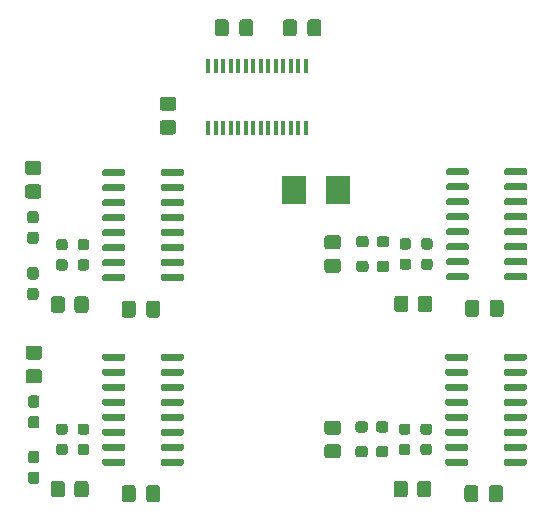
<source format=gbr>
%TF.GenerationSoftware,KiCad,Pcbnew,(5.1.12)-1*%
%TF.CreationDate,2022-03-26T18:35:52+01:00*%
%TF.ProjectId,Duino Coin,4475696e-6f20-4436-9f69-6e2e6b696361,rev?*%
%TF.SameCoordinates,Original*%
%TF.FileFunction,Paste,Bot*%
%TF.FilePolarity,Positive*%
%FSLAX46Y46*%
G04 Gerber Fmt 4.6, Leading zero omitted, Abs format (unit mm)*
G04 Created by KiCad (PCBNEW (5.1.12)-1) date 2022-03-26 18:35:52*
%MOMM*%
%LPD*%
G01*
G04 APERTURE LIST*
%ADD10R,2.000000X2.400000*%
%ADD11R,0.400000X1.200000*%
G04 APERTURE END LIST*
D10*
%TO.C,Y5*%
X176407200Y-105664000D03*
X180107200Y-105664000D03*
%TD*%
%TO.C,R9*%
G36*
G01*
X186099500Y-114865999D02*
X186099500Y-115766001D01*
G75*
G02*
X185849501Y-116016000I-249999J0D01*
G01*
X185149499Y-116016000D01*
G75*
G02*
X184899500Y-115766001I0J249999D01*
G01*
X184899500Y-114865999D01*
G75*
G02*
X185149499Y-114616000I249999J0D01*
G01*
X185849501Y-114616000D01*
G75*
G02*
X186099500Y-114865999I0J-249999D01*
G01*
G37*
G36*
G01*
X188099500Y-114865999D02*
X188099500Y-115766001D01*
G75*
G02*
X187849501Y-116016000I-249999J0D01*
G01*
X187149499Y-116016000D01*
G75*
G02*
X186899500Y-115766001I0J249999D01*
G01*
X186899500Y-114865999D01*
G75*
G02*
X187149499Y-114616000I249999J0D01*
G01*
X187849501Y-114616000D01*
G75*
G02*
X188099500Y-114865999I0J-249999D01*
G01*
G37*
%TD*%
%TO.C,R10*%
G36*
G01*
X180129601Y-110699600D02*
X179229599Y-110699600D01*
G75*
G02*
X178979600Y-110449601I0J249999D01*
G01*
X178979600Y-109749599D01*
G75*
G02*
X179229599Y-109499600I249999J0D01*
G01*
X180129601Y-109499600D01*
G75*
G02*
X180379600Y-109749599I0J-249999D01*
G01*
X180379600Y-110449601D01*
G75*
G02*
X180129601Y-110699600I-249999J0D01*
G01*
G37*
G36*
G01*
X180129601Y-112699600D02*
X179229599Y-112699600D01*
G75*
G02*
X178979600Y-112449601I0J249999D01*
G01*
X178979600Y-111749599D01*
G75*
G02*
X179229599Y-111499600I249999J0D01*
G01*
X180129601Y-111499600D01*
G75*
G02*
X180379600Y-111749599I0J-249999D01*
G01*
X180379600Y-112449601D01*
G75*
G02*
X180129601Y-112699600I-249999J0D01*
G01*
G37*
%TD*%
%TO.C,R11*%
G36*
G01*
X157016500Y-130550499D02*
X157016500Y-131450501D01*
G75*
G02*
X156766501Y-131700500I-249999J0D01*
G01*
X156066499Y-131700500D01*
G75*
G02*
X155816500Y-131450501I0J249999D01*
G01*
X155816500Y-130550499D01*
G75*
G02*
X156066499Y-130300500I249999J0D01*
G01*
X156766501Y-130300500D01*
G75*
G02*
X157016500Y-130550499I0J-249999D01*
G01*
G37*
G36*
G01*
X159016500Y-130550499D02*
X159016500Y-131450501D01*
G75*
G02*
X158766501Y-131700500I-249999J0D01*
G01*
X158066499Y-131700500D01*
G75*
G02*
X157816500Y-131450501I0J249999D01*
G01*
X157816500Y-130550499D01*
G75*
G02*
X158066499Y-130300500I249999J0D01*
G01*
X158766501Y-130300500D01*
G75*
G02*
X159016500Y-130550499I0J-249999D01*
G01*
G37*
%TD*%
%TO.C,R12*%
G36*
G01*
X153931199Y-120846800D02*
X154831201Y-120846800D01*
G75*
G02*
X155081200Y-121096799I0J-249999D01*
G01*
X155081200Y-121796801D01*
G75*
G02*
X154831201Y-122046800I-249999J0D01*
G01*
X153931199Y-122046800D01*
G75*
G02*
X153681200Y-121796801I0J249999D01*
G01*
X153681200Y-121096799D01*
G75*
G02*
X153931199Y-120846800I249999J0D01*
G01*
G37*
G36*
G01*
X153931199Y-118846800D02*
X154831201Y-118846800D01*
G75*
G02*
X155081200Y-119096799I0J-249999D01*
G01*
X155081200Y-119796801D01*
G75*
G02*
X154831201Y-120046800I-249999J0D01*
G01*
X153931199Y-120046800D01*
G75*
G02*
X153681200Y-119796801I0J249999D01*
G01*
X153681200Y-119096799D01*
G75*
G02*
X153931199Y-118846800I249999J0D01*
G01*
G37*
%TD*%
%TO.C,R13*%
G36*
G01*
X186036000Y-130550499D02*
X186036000Y-131450501D01*
G75*
G02*
X185786001Y-131700500I-249999J0D01*
G01*
X185085999Y-131700500D01*
G75*
G02*
X184836000Y-131450501I0J249999D01*
G01*
X184836000Y-130550499D01*
G75*
G02*
X185085999Y-130300500I249999J0D01*
G01*
X185786001Y-130300500D01*
G75*
G02*
X186036000Y-130550499I0J-249999D01*
G01*
G37*
G36*
G01*
X188036000Y-130550499D02*
X188036000Y-131450501D01*
G75*
G02*
X187786001Y-131700500I-249999J0D01*
G01*
X187085999Y-131700500D01*
G75*
G02*
X186836000Y-131450501I0J249999D01*
G01*
X186836000Y-130550499D01*
G75*
G02*
X187085999Y-130300500I249999J0D01*
G01*
X187786001Y-130300500D01*
G75*
G02*
X188036000Y-130550499I0J-249999D01*
G01*
G37*
%TD*%
%TO.C,R14*%
G36*
G01*
X180129601Y-126396800D02*
X179229599Y-126396800D01*
G75*
G02*
X178979600Y-126146801I0J249999D01*
G01*
X178979600Y-125446799D01*
G75*
G02*
X179229599Y-125196800I249999J0D01*
G01*
X180129601Y-125196800D01*
G75*
G02*
X180379600Y-125446799I0J-249999D01*
G01*
X180379600Y-126146801D01*
G75*
G02*
X180129601Y-126396800I-249999J0D01*
G01*
G37*
G36*
G01*
X180129601Y-128396800D02*
X179229599Y-128396800D01*
G75*
G02*
X178979600Y-128146801I0J249999D01*
G01*
X178979600Y-127446799D01*
G75*
G02*
X179229599Y-127196800I249999J0D01*
G01*
X180129601Y-127196800D01*
G75*
G02*
X180379600Y-127446799I0J-249999D01*
G01*
X180379600Y-128146801D01*
G75*
G02*
X180129601Y-128396800I-249999J0D01*
G01*
G37*
%TD*%
%TO.C,R15*%
G36*
G01*
X157016500Y-114929499D02*
X157016500Y-115829501D01*
G75*
G02*
X156766501Y-116079500I-249999J0D01*
G01*
X156066499Y-116079500D01*
G75*
G02*
X155816500Y-115829501I0J249999D01*
G01*
X155816500Y-114929499D01*
G75*
G02*
X156066499Y-114679500I249999J0D01*
G01*
X156766501Y-114679500D01*
G75*
G02*
X157016500Y-114929499I0J-249999D01*
G01*
G37*
G36*
G01*
X159016500Y-114929499D02*
X159016500Y-115829501D01*
G75*
G02*
X158766501Y-116079500I-249999J0D01*
G01*
X158066499Y-116079500D01*
G75*
G02*
X157816500Y-115829501I0J249999D01*
G01*
X157816500Y-114929499D01*
G75*
G02*
X158066499Y-114679500I249999J0D01*
G01*
X158766501Y-114679500D01*
G75*
G02*
X159016500Y-114929499I0J-249999D01*
G01*
G37*
%TD*%
%TO.C,R16*%
G36*
G01*
X153880399Y-105200400D02*
X154780401Y-105200400D01*
G75*
G02*
X155030400Y-105450399I0J-249999D01*
G01*
X155030400Y-106150401D01*
G75*
G02*
X154780401Y-106400400I-249999J0D01*
G01*
X153880399Y-106400400D01*
G75*
G02*
X153630400Y-106150401I0J249999D01*
G01*
X153630400Y-105450399D01*
G75*
G02*
X153880399Y-105200400I249999J0D01*
G01*
G37*
G36*
G01*
X153880399Y-103200400D02*
X154780401Y-103200400D01*
G75*
G02*
X155030400Y-103450399I0J-249999D01*
G01*
X155030400Y-104150401D01*
G75*
G02*
X154780401Y-104400400I-249999J0D01*
G01*
X153880399Y-104400400D01*
G75*
G02*
X153630400Y-104150401I0J249999D01*
G01*
X153630400Y-103450399D01*
G75*
G02*
X153880399Y-103200400I249999J0D01*
G01*
G37*
%TD*%
%TO.C,C4*%
G36*
G01*
X192018500Y-130906500D02*
X192018500Y-131856500D01*
G75*
G02*
X191768500Y-132106500I-250000J0D01*
G01*
X191093500Y-132106500D01*
G75*
G02*
X190843500Y-131856500I0J250000D01*
G01*
X190843500Y-130906500D01*
G75*
G02*
X191093500Y-130656500I250000J0D01*
G01*
X191768500Y-130656500D01*
G75*
G02*
X192018500Y-130906500I0J-250000D01*
G01*
G37*
G36*
G01*
X194093500Y-130906500D02*
X194093500Y-131856500D01*
G75*
G02*
X193843500Y-132106500I-250000J0D01*
G01*
X193168500Y-132106500D01*
G75*
G02*
X192918500Y-131856500I0J250000D01*
G01*
X192918500Y-130906500D01*
G75*
G02*
X193168500Y-130656500I250000J0D01*
G01*
X193843500Y-130656500D01*
G75*
G02*
X194093500Y-130906500I0J-250000D01*
G01*
G37*
%TD*%
%TO.C,U3*%
G36*
G01*
X189209000Y-128864500D02*
X189209000Y-128564500D01*
G75*
G02*
X189359000Y-128414500I150000J0D01*
G01*
X191009000Y-128414500D01*
G75*
G02*
X191159000Y-128564500I0J-150000D01*
G01*
X191159000Y-128864500D01*
G75*
G02*
X191009000Y-129014500I-150000J0D01*
G01*
X189359000Y-129014500D01*
G75*
G02*
X189209000Y-128864500I0J150000D01*
G01*
G37*
G36*
G01*
X189209000Y-127594500D02*
X189209000Y-127294500D01*
G75*
G02*
X189359000Y-127144500I150000J0D01*
G01*
X191009000Y-127144500D01*
G75*
G02*
X191159000Y-127294500I0J-150000D01*
G01*
X191159000Y-127594500D01*
G75*
G02*
X191009000Y-127744500I-150000J0D01*
G01*
X189359000Y-127744500D01*
G75*
G02*
X189209000Y-127594500I0J150000D01*
G01*
G37*
G36*
G01*
X189209000Y-126324500D02*
X189209000Y-126024500D01*
G75*
G02*
X189359000Y-125874500I150000J0D01*
G01*
X191009000Y-125874500D01*
G75*
G02*
X191159000Y-126024500I0J-150000D01*
G01*
X191159000Y-126324500D01*
G75*
G02*
X191009000Y-126474500I-150000J0D01*
G01*
X189359000Y-126474500D01*
G75*
G02*
X189209000Y-126324500I0J150000D01*
G01*
G37*
G36*
G01*
X189209000Y-125054500D02*
X189209000Y-124754500D01*
G75*
G02*
X189359000Y-124604500I150000J0D01*
G01*
X191009000Y-124604500D01*
G75*
G02*
X191159000Y-124754500I0J-150000D01*
G01*
X191159000Y-125054500D01*
G75*
G02*
X191009000Y-125204500I-150000J0D01*
G01*
X189359000Y-125204500D01*
G75*
G02*
X189209000Y-125054500I0J150000D01*
G01*
G37*
G36*
G01*
X189209000Y-123784500D02*
X189209000Y-123484500D01*
G75*
G02*
X189359000Y-123334500I150000J0D01*
G01*
X191009000Y-123334500D01*
G75*
G02*
X191159000Y-123484500I0J-150000D01*
G01*
X191159000Y-123784500D01*
G75*
G02*
X191009000Y-123934500I-150000J0D01*
G01*
X189359000Y-123934500D01*
G75*
G02*
X189209000Y-123784500I0J150000D01*
G01*
G37*
G36*
G01*
X189209000Y-122514500D02*
X189209000Y-122214500D01*
G75*
G02*
X189359000Y-122064500I150000J0D01*
G01*
X191009000Y-122064500D01*
G75*
G02*
X191159000Y-122214500I0J-150000D01*
G01*
X191159000Y-122514500D01*
G75*
G02*
X191009000Y-122664500I-150000J0D01*
G01*
X189359000Y-122664500D01*
G75*
G02*
X189209000Y-122514500I0J150000D01*
G01*
G37*
G36*
G01*
X189209000Y-121244500D02*
X189209000Y-120944500D01*
G75*
G02*
X189359000Y-120794500I150000J0D01*
G01*
X191009000Y-120794500D01*
G75*
G02*
X191159000Y-120944500I0J-150000D01*
G01*
X191159000Y-121244500D01*
G75*
G02*
X191009000Y-121394500I-150000J0D01*
G01*
X189359000Y-121394500D01*
G75*
G02*
X189209000Y-121244500I0J150000D01*
G01*
G37*
G36*
G01*
X189209000Y-119974500D02*
X189209000Y-119674500D01*
G75*
G02*
X189359000Y-119524500I150000J0D01*
G01*
X191009000Y-119524500D01*
G75*
G02*
X191159000Y-119674500I0J-150000D01*
G01*
X191159000Y-119974500D01*
G75*
G02*
X191009000Y-120124500I-150000J0D01*
G01*
X189359000Y-120124500D01*
G75*
G02*
X189209000Y-119974500I0J150000D01*
G01*
G37*
G36*
G01*
X194159000Y-119974500D02*
X194159000Y-119674500D01*
G75*
G02*
X194309000Y-119524500I150000J0D01*
G01*
X195959000Y-119524500D01*
G75*
G02*
X196109000Y-119674500I0J-150000D01*
G01*
X196109000Y-119974500D01*
G75*
G02*
X195959000Y-120124500I-150000J0D01*
G01*
X194309000Y-120124500D01*
G75*
G02*
X194159000Y-119974500I0J150000D01*
G01*
G37*
G36*
G01*
X194159000Y-121244500D02*
X194159000Y-120944500D01*
G75*
G02*
X194309000Y-120794500I150000J0D01*
G01*
X195959000Y-120794500D01*
G75*
G02*
X196109000Y-120944500I0J-150000D01*
G01*
X196109000Y-121244500D01*
G75*
G02*
X195959000Y-121394500I-150000J0D01*
G01*
X194309000Y-121394500D01*
G75*
G02*
X194159000Y-121244500I0J150000D01*
G01*
G37*
G36*
G01*
X194159000Y-122514500D02*
X194159000Y-122214500D01*
G75*
G02*
X194309000Y-122064500I150000J0D01*
G01*
X195959000Y-122064500D01*
G75*
G02*
X196109000Y-122214500I0J-150000D01*
G01*
X196109000Y-122514500D01*
G75*
G02*
X195959000Y-122664500I-150000J0D01*
G01*
X194309000Y-122664500D01*
G75*
G02*
X194159000Y-122514500I0J150000D01*
G01*
G37*
G36*
G01*
X194159000Y-123784500D02*
X194159000Y-123484500D01*
G75*
G02*
X194309000Y-123334500I150000J0D01*
G01*
X195959000Y-123334500D01*
G75*
G02*
X196109000Y-123484500I0J-150000D01*
G01*
X196109000Y-123784500D01*
G75*
G02*
X195959000Y-123934500I-150000J0D01*
G01*
X194309000Y-123934500D01*
G75*
G02*
X194159000Y-123784500I0J150000D01*
G01*
G37*
G36*
G01*
X194159000Y-125054500D02*
X194159000Y-124754500D01*
G75*
G02*
X194309000Y-124604500I150000J0D01*
G01*
X195959000Y-124604500D01*
G75*
G02*
X196109000Y-124754500I0J-150000D01*
G01*
X196109000Y-125054500D01*
G75*
G02*
X195959000Y-125204500I-150000J0D01*
G01*
X194309000Y-125204500D01*
G75*
G02*
X194159000Y-125054500I0J150000D01*
G01*
G37*
G36*
G01*
X194159000Y-126324500D02*
X194159000Y-126024500D01*
G75*
G02*
X194309000Y-125874500I150000J0D01*
G01*
X195959000Y-125874500D01*
G75*
G02*
X196109000Y-126024500I0J-150000D01*
G01*
X196109000Y-126324500D01*
G75*
G02*
X195959000Y-126474500I-150000J0D01*
G01*
X194309000Y-126474500D01*
G75*
G02*
X194159000Y-126324500I0J150000D01*
G01*
G37*
G36*
G01*
X194159000Y-127594500D02*
X194159000Y-127294500D01*
G75*
G02*
X194309000Y-127144500I150000J0D01*
G01*
X195959000Y-127144500D01*
G75*
G02*
X196109000Y-127294500I0J-150000D01*
G01*
X196109000Y-127594500D01*
G75*
G02*
X195959000Y-127744500I-150000J0D01*
G01*
X194309000Y-127744500D01*
G75*
G02*
X194159000Y-127594500I0J150000D01*
G01*
G37*
G36*
G01*
X194159000Y-128864500D02*
X194159000Y-128564500D01*
G75*
G02*
X194309000Y-128414500I150000J0D01*
G01*
X195959000Y-128414500D01*
G75*
G02*
X196109000Y-128564500I0J-150000D01*
G01*
X196109000Y-128864500D01*
G75*
G02*
X195959000Y-129014500I-150000J0D01*
G01*
X194309000Y-129014500D01*
G75*
G02*
X194159000Y-128864500I0J150000D01*
G01*
G37*
%TD*%
D11*
%TO.C,U5*%
X177419000Y-100390000D03*
X176784000Y-100390000D03*
X176149000Y-100390000D03*
X175514000Y-100390000D03*
X174879000Y-100390000D03*
X174244000Y-100390000D03*
X173609000Y-100390000D03*
X172974000Y-100390000D03*
X172339000Y-100390000D03*
X171704000Y-100390000D03*
X171069000Y-100390000D03*
X170434000Y-100390000D03*
X169799000Y-100390000D03*
X169164000Y-100390000D03*
X169164000Y-95190000D03*
X169799000Y-95190000D03*
X170434000Y-95190000D03*
X171069000Y-95190000D03*
X171704000Y-95190000D03*
X172339000Y-95190000D03*
X172974000Y-95190000D03*
X173609000Y-95190000D03*
X174244000Y-95190000D03*
X174879000Y-95190000D03*
X175514000Y-95190000D03*
X176149000Y-95190000D03*
X176784000Y-95190000D03*
X177419000Y-95190000D03*
%TD*%
%TO.C,U4*%
G36*
G01*
X160189500Y-113243500D02*
X160189500Y-112943500D01*
G75*
G02*
X160339500Y-112793500I150000J0D01*
G01*
X161989500Y-112793500D01*
G75*
G02*
X162139500Y-112943500I0J-150000D01*
G01*
X162139500Y-113243500D01*
G75*
G02*
X161989500Y-113393500I-150000J0D01*
G01*
X160339500Y-113393500D01*
G75*
G02*
X160189500Y-113243500I0J150000D01*
G01*
G37*
G36*
G01*
X160189500Y-111973500D02*
X160189500Y-111673500D01*
G75*
G02*
X160339500Y-111523500I150000J0D01*
G01*
X161989500Y-111523500D01*
G75*
G02*
X162139500Y-111673500I0J-150000D01*
G01*
X162139500Y-111973500D01*
G75*
G02*
X161989500Y-112123500I-150000J0D01*
G01*
X160339500Y-112123500D01*
G75*
G02*
X160189500Y-111973500I0J150000D01*
G01*
G37*
G36*
G01*
X160189500Y-110703500D02*
X160189500Y-110403500D01*
G75*
G02*
X160339500Y-110253500I150000J0D01*
G01*
X161989500Y-110253500D01*
G75*
G02*
X162139500Y-110403500I0J-150000D01*
G01*
X162139500Y-110703500D01*
G75*
G02*
X161989500Y-110853500I-150000J0D01*
G01*
X160339500Y-110853500D01*
G75*
G02*
X160189500Y-110703500I0J150000D01*
G01*
G37*
G36*
G01*
X160189500Y-109433500D02*
X160189500Y-109133500D01*
G75*
G02*
X160339500Y-108983500I150000J0D01*
G01*
X161989500Y-108983500D01*
G75*
G02*
X162139500Y-109133500I0J-150000D01*
G01*
X162139500Y-109433500D01*
G75*
G02*
X161989500Y-109583500I-150000J0D01*
G01*
X160339500Y-109583500D01*
G75*
G02*
X160189500Y-109433500I0J150000D01*
G01*
G37*
G36*
G01*
X160189500Y-108163500D02*
X160189500Y-107863500D01*
G75*
G02*
X160339500Y-107713500I150000J0D01*
G01*
X161989500Y-107713500D01*
G75*
G02*
X162139500Y-107863500I0J-150000D01*
G01*
X162139500Y-108163500D01*
G75*
G02*
X161989500Y-108313500I-150000J0D01*
G01*
X160339500Y-108313500D01*
G75*
G02*
X160189500Y-108163500I0J150000D01*
G01*
G37*
G36*
G01*
X160189500Y-106893500D02*
X160189500Y-106593500D01*
G75*
G02*
X160339500Y-106443500I150000J0D01*
G01*
X161989500Y-106443500D01*
G75*
G02*
X162139500Y-106593500I0J-150000D01*
G01*
X162139500Y-106893500D01*
G75*
G02*
X161989500Y-107043500I-150000J0D01*
G01*
X160339500Y-107043500D01*
G75*
G02*
X160189500Y-106893500I0J150000D01*
G01*
G37*
G36*
G01*
X160189500Y-105623500D02*
X160189500Y-105323500D01*
G75*
G02*
X160339500Y-105173500I150000J0D01*
G01*
X161989500Y-105173500D01*
G75*
G02*
X162139500Y-105323500I0J-150000D01*
G01*
X162139500Y-105623500D01*
G75*
G02*
X161989500Y-105773500I-150000J0D01*
G01*
X160339500Y-105773500D01*
G75*
G02*
X160189500Y-105623500I0J150000D01*
G01*
G37*
G36*
G01*
X160189500Y-104353500D02*
X160189500Y-104053500D01*
G75*
G02*
X160339500Y-103903500I150000J0D01*
G01*
X161989500Y-103903500D01*
G75*
G02*
X162139500Y-104053500I0J-150000D01*
G01*
X162139500Y-104353500D01*
G75*
G02*
X161989500Y-104503500I-150000J0D01*
G01*
X160339500Y-104503500D01*
G75*
G02*
X160189500Y-104353500I0J150000D01*
G01*
G37*
G36*
G01*
X165139500Y-104353500D02*
X165139500Y-104053500D01*
G75*
G02*
X165289500Y-103903500I150000J0D01*
G01*
X166939500Y-103903500D01*
G75*
G02*
X167089500Y-104053500I0J-150000D01*
G01*
X167089500Y-104353500D01*
G75*
G02*
X166939500Y-104503500I-150000J0D01*
G01*
X165289500Y-104503500D01*
G75*
G02*
X165139500Y-104353500I0J150000D01*
G01*
G37*
G36*
G01*
X165139500Y-105623500D02*
X165139500Y-105323500D01*
G75*
G02*
X165289500Y-105173500I150000J0D01*
G01*
X166939500Y-105173500D01*
G75*
G02*
X167089500Y-105323500I0J-150000D01*
G01*
X167089500Y-105623500D01*
G75*
G02*
X166939500Y-105773500I-150000J0D01*
G01*
X165289500Y-105773500D01*
G75*
G02*
X165139500Y-105623500I0J150000D01*
G01*
G37*
G36*
G01*
X165139500Y-106893500D02*
X165139500Y-106593500D01*
G75*
G02*
X165289500Y-106443500I150000J0D01*
G01*
X166939500Y-106443500D01*
G75*
G02*
X167089500Y-106593500I0J-150000D01*
G01*
X167089500Y-106893500D01*
G75*
G02*
X166939500Y-107043500I-150000J0D01*
G01*
X165289500Y-107043500D01*
G75*
G02*
X165139500Y-106893500I0J150000D01*
G01*
G37*
G36*
G01*
X165139500Y-108163500D02*
X165139500Y-107863500D01*
G75*
G02*
X165289500Y-107713500I150000J0D01*
G01*
X166939500Y-107713500D01*
G75*
G02*
X167089500Y-107863500I0J-150000D01*
G01*
X167089500Y-108163500D01*
G75*
G02*
X166939500Y-108313500I-150000J0D01*
G01*
X165289500Y-108313500D01*
G75*
G02*
X165139500Y-108163500I0J150000D01*
G01*
G37*
G36*
G01*
X165139500Y-109433500D02*
X165139500Y-109133500D01*
G75*
G02*
X165289500Y-108983500I150000J0D01*
G01*
X166939500Y-108983500D01*
G75*
G02*
X167089500Y-109133500I0J-150000D01*
G01*
X167089500Y-109433500D01*
G75*
G02*
X166939500Y-109583500I-150000J0D01*
G01*
X165289500Y-109583500D01*
G75*
G02*
X165139500Y-109433500I0J150000D01*
G01*
G37*
G36*
G01*
X165139500Y-110703500D02*
X165139500Y-110403500D01*
G75*
G02*
X165289500Y-110253500I150000J0D01*
G01*
X166939500Y-110253500D01*
G75*
G02*
X167089500Y-110403500I0J-150000D01*
G01*
X167089500Y-110703500D01*
G75*
G02*
X166939500Y-110853500I-150000J0D01*
G01*
X165289500Y-110853500D01*
G75*
G02*
X165139500Y-110703500I0J150000D01*
G01*
G37*
G36*
G01*
X165139500Y-111973500D02*
X165139500Y-111673500D01*
G75*
G02*
X165289500Y-111523500I150000J0D01*
G01*
X166939500Y-111523500D01*
G75*
G02*
X167089500Y-111673500I0J-150000D01*
G01*
X167089500Y-111973500D01*
G75*
G02*
X166939500Y-112123500I-150000J0D01*
G01*
X165289500Y-112123500D01*
G75*
G02*
X165139500Y-111973500I0J150000D01*
G01*
G37*
G36*
G01*
X165139500Y-113243500D02*
X165139500Y-112943500D01*
G75*
G02*
X165289500Y-112793500I150000J0D01*
G01*
X166939500Y-112793500D01*
G75*
G02*
X167089500Y-112943500I0J-150000D01*
G01*
X167089500Y-113243500D01*
G75*
G02*
X166939500Y-113393500I-150000J0D01*
G01*
X165289500Y-113393500D01*
G75*
G02*
X165139500Y-113243500I0J150000D01*
G01*
G37*
%TD*%
%TO.C,U2*%
G36*
G01*
X160189500Y-128864500D02*
X160189500Y-128564500D01*
G75*
G02*
X160339500Y-128414500I150000J0D01*
G01*
X161989500Y-128414500D01*
G75*
G02*
X162139500Y-128564500I0J-150000D01*
G01*
X162139500Y-128864500D01*
G75*
G02*
X161989500Y-129014500I-150000J0D01*
G01*
X160339500Y-129014500D01*
G75*
G02*
X160189500Y-128864500I0J150000D01*
G01*
G37*
G36*
G01*
X160189500Y-127594500D02*
X160189500Y-127294500D01*
G75*
G02*
X160339500Y-127144500I150000J0D01*
G01*
X161989500Y-127144500D01*
G75*
G02*
X162139500Y-127294500I0J-150000D01*
G01*
X162139500Y-127594500D01*
G75*
G02*
X161989500Y-127744500I-150000J0D01*
G01*
X160339500Y-127744500D01*
G75*
G02*
X160189500Y-127594500I0J150000D01*
G01*
G37*
G36*
G01*
X160189500Y-126324500D02*
X160189500Y-126024500D01*
G75*
G02*
X160339500Y-125874500I150000J0D01*
G01*
X161989500Y-125874500D01*
G75*
G02*
X162139500Y-126024500I0J-150000D01*
G01*
X162139500Y-126324500D01*
G75*
G02*
X161989500Y-126474500I-150000J0D01*
G01*
X160339500Y-126474500D01*
G75*
G02*
X160189500Y-126324500I0J150000D01*
G01*
G37*
G36*
G01*
X160189500Y-125054500D02*
X160189500Y-124754500D01*
G75*
G02*
X160339500Y-124604500I150000J0D01*
G01*
X161989500Y-124604500D01*
G75*
G02*
X162139500Y-124754500I0J-150000D01*
G01*
X162139500Y-125054500D01*
G75*
G02*
X161989500Y-125204500I-150000J0D01*
G01*
X160339500Y-125204500D01*
G75*
G02*
X160189500Y-125054500I0J150000D01*
G01*
G37*
G36*
G01*
X160189500Y-123784500D02*
X160189500Y-123484500D01*
G75*
G02*
X160339500Y-123334500I150000J0D01*
G01*
X161989500Y-123334500D01*
G75*
G02*
X162139500Y-123484500I0J-150000D01*
G01*
X162139500Y-123784500D01*
G75*
G02*
X161989500Y-123934500I-150000J0D01*
G01*
X160339500Y-123934500D01*
G75*
G02*
X160189500Y-123784500I0J150000D01*
G01*
G37*
G36*
G01*
X160189500Y-122514500D02*
X160189500Y-122214500D01*
G75*
G02*
X160339500Y-122064500I150000J0D01*
G01*
X161989500Y-122064500D01*
G75*
G02*
X162139500Y-122214500I0J-150000D01*
G01*
X162139500Y-122514500D01*
G75*
G02*
X161989500Y-122664500I-150000J0D01*
G01*
X160339500Y-122664500D01*
G75*
G02*
X160189500Y-122514500I0J150000D01*
G01*
G37*
G36*
G01*
X160189500Y-121244500D02*
X160189500Y-120944500D01*
G75*
G02*
X160339500Y-120794500I150000J0D01*
G01*
X161989500Y-120794500D01*
G75*
G02*
X162139500Y-120944500I0J-150000D01*
G01*
X162139500Y-121244500D01*
G75*
G02*
X161989500Y-121394500I-150000J0D01*
G01*
X160339500Y-121394500D01*
G75*
G02*
X160189500Y-121244500I0J150000D01*
G01*
G37*
G36*
G01*
X160189500Y-119974500D02*
X160189500Y-119674500D01*
G75*
G02*
X160339500Y-119524500I150000J0D01*
G01*
X161989500Y-119524500D01*
G75*
G02*
X162139500Y-119674500I0J-150000D01*
G01*
X162139500Y-119974500D01*
G75*
G02*
X161989500Y-120124500I-150000J0D01*
G01*
X160339500Y-120124500D01*
G75*
G02*
X160189500Y-119974500I0J150000D01*
G01*
G37*
G36*
G01*
X165139500Y-119974500D02*
X165139500Y-119674500D01*
G75*
G02*
X165289500Y-119524500I150000J0D01*
G01*
X166939500Y-119524500D01*
G75*
G02*
X167089500Y-119674500I0J-150000D01*
G01*
X167089500Y-119974500D01*
G75*
G02*
X166939500Y-120124500I-150000J0D01*
G01*
X165289500Y-120124500D01*
G75*
G02*
X165139500Y-119974500I0J150000D01*
G01*
G37*
G36*
G01*
X165139500Y-121244500D02*
X165139500Y-120944500D01*
G75*
G02*
X165289500Y-120794500I150000J0D01*
G01*
X166939500Y-120794500D01*
G75*
G02*
X167089500Y-120944500I0J-150000D01*
G01*
X167089500Y-121244500D01*
G75*
G02*
X166939500Y-121394500I-150000J0D01*
G01*
X165289500Y-121394500D01*
G75*
G02*
X165139500Y-121244500I0J150000D01*
G01*
G37*
G36*
G01*
X165139500Y-122514500D02*
X165139500Y-122214500D01*
G75*
G02*
X165289500Y-122064500I150000J0D01*
G01*
X166939500Y-122064500D01*
G75*
G02*
X167089500Y-122214500I0J-150000D01*
G01*
X167089500Y-122514500D01*
G75*
G02*
X166939500Y-122664500I-150000J0D01*
G01*
X165289500Y-122664500D01*
G75*
G02*
X165139500Y-122514500I0J150000D01*
G01*
G37*
G36*
G01*
X165139500Y-123784500D02*
X165139500Y-123484500D01*
G75*
G02*
X165289500Y-123334500I150000J0D01*
G01*
X166939500Y-123334500D01*
G75*
G02*
X167089500Y-123484500I0J-150000D01*
G01*
X167089500Y-123784500D01*
G75*
G02*
X166939500Y-123934500I-150000J0D01*
G01*
X165289500Y-123934500D01*
G75*
G02*
X165139500Y-123784500I0J150000D01*
G01*
G37*
G36*
G01*
X165139500Y-125054500D02*
X165139500Y-124754500D01*
G75*
G02*
X165289500Y-124604500I150000J0D01*
G01*
X166939500Y-124604500D01*
G75*
G02*
X167089500Y-124754500I0J-150000D01*
G01*
X167089500Y-125054500D01*
G75*
G02*
X166939500Y-125204500I-150000J0D01*
G01*
X165289500Y-125204500D01*
G75*
G02*
X165139500Y-125054500I0J150000D01*
G01*
G37*
G36*
G01*
X165139500Y-126324500D02*
X165139500Y-126024500D01*
G75*
G02*
X165289500Y-125874500I150000J0D01*
G01*
X166939500Y-125874500D01*
G75*
G02*
X167089500Y-126024500I0J-150000D01*
G01*
X167089500Y-126324500D01*
G75*
G02*
X166939500Y-126474500I-150000J0D01*
G01*
X165289500Y-126474500D01*
G75*
G02*
X165139500Y-126324500I0J150000D01*
G01*
G37*
G36*
G01*
X165139500Y-127594500D02*
X165139500Y-127294500D01*
G75*
G02*
X165289500Y-127144500I150000J0D01*
G01*
X166939500Y-127144500D01*
G75*
G02*
X167089500Y-127294500I0J-150000D01*
G01*
X167089500Y-127594500D01*
G75*
G02*
X166939500Y-127744500I-150000J0D01*
G01*
X165289500Y-127744500D01*
G75*
G02*
X165139500Y-127594500I0J150000D01*
G01*
G37*
G36*
G01*
X165139500Y-128864500D02*
X165139500Y-128564500D01*
G75*
G02*
X165289500Y-128414500I150000J0D01*
G01*
X166939500Y-128414500D01*
G75*
G02*
X167089500Y-128564500I0J-150000D01*
G01*
X167089500Y-128864500D01*
G75*
G02*
X166939500Y-129014500I-150000J0D01*
G01*
X165289500Y-129014500D01*
G75*
G02*
X165139500Y-128864500I0J150000D01*
G01*
G37*
%TD*%
%TO.C,U1*%
G36*
G01*
X189272500Y-113180000D02*
X189272500Y-112880000D01*
G75*
G02*
X189422500Y-112730000I150000J0D01*
G01*
X191072500Y-112730000D01*
G75*
G02*
X191222500Y-112880000I0J-150000D01*
G01*
X191222500Y-113180000D01*
G75*
G02*
X191072500Y-113330000I-150000J0D01*
G01*
X189422500Y-113330000D01*
G75*
G02*
X189272500Y-113180000I0J150000D01*
G01*
G37*
G36*
G01*
X189272500Y-111910000D02*
X189272500Y-111610000D01*
G75*
G02*
X189422500Y-111460000I150000J0D01*
G01*
X191072500Y-111460000D01*
G75*
G02*
X191222500Y-111610000I0J-150000D01*
G01*
X191222500Y-111910000D01*
G75*
G02*
X191072500Y-112060000I-150000J0D01*
G01*
X189422500Y-112060000D01*
G75*
G02*
X189272500Y-111910000I0J150000D01*
G01*
G37*
G36*
G01*
X189272500Y-110640000D02*
X189272500Y-110340000D01*
G75*
G02*
X189422500Y-110190000I150000J0D01*
G01*
X191072500Y-110190000D01*
G75*
G02*
X191222500Y-110340000I0J-150000D01*
G01*
X191222500Y-110640000D01*
G75*
G02*
X191072500Y-110790000I-150000J0D01*
G01*
X189422500Y-110790000D01*
G75*
G02*
X189272500Y-110640000I0J150000D01*
G01*
G37*
G36*
G01*
X189272500Y-109370000D02*
X189272500Y-109070000D01*
G75*
G02*
X189422500Y-108920000I150000J0D01*
G01*
X191072500Y-108920000D01*
G75*
G02*
X191222500Y-109070000I0J-150000D01*
G01*
X191222500Y-109370000D01*
G75*
G02*
X191072500Y-109520000I-150000J0D01*
G01*
X189422500Y-109520000D01*
G75*
G02*
X189272500Y-109370000I0J150000D01*
G01*
G37*
G36*
G01*
X189272500Y-108100000D02*
X189272500Y-107800000D01*
G75*
G02*
X189422500Y-107650000I150000J0D01*
G01*
X191072500Y-107650000D01*
G75*
G02*
X191222500Y-107800000I0J-150000D01*
G01*
X191222500Y-108100000D01*
G75*
G02*
X191072500Y-108250000I-150000J0D01*
G01*
X189422500Y-108250000D01*
G75*
G02*
X189272500Y-108100000I0J150000D01*
G01*
G37*
G36*
G01*
X189272500Y-106830000D02*
X189272500Y-106530000D01*
G75*
G02*
X189422500Y-106380000I150000J0D01*
G01*
X191072500Y-106380000D01*
G75*
G02*
X191222500Y-106530000I0J-150000D01*
G01*
X191222500Y-106830000D01*
G75*
G02*
X191072500Y-106980000I-150000J0D01*
G01*
X189422500Y-106980000D01*
G75*
G02*
X189272500Y-106830000I0J150000D01*
G01*
G37*
G36*
G01*
X189272500Y-105560000D02*
X189272500Y-105260000D01*
G75*
G02*
X189422500Y-105110000I150000J0D01*
G01*
X191072500Y-105110000D01*
G75*
G02*
X191222500Y-105260000I0J-150000D01*
G01*
X191222500Y-105560000D01*
G75*
G02*
X191072500Y-105710000I-150000J0D01*
G01*
X189422500Y-105710000D01*
G75*
G02*
X189272500Y-105560000I0J150000D01*
G01*
G37*
G36*
G01*
X189272500Y-104290000D02*
X189272500Y-103990000D01*
G75*
G02*
X189422500Y-103840000I150000J0D01*
G01*
X191072500Y-103840000D01*
G75*
G02*
X191222500Y-103990000I0J-150000D01*
G01*
X191222500Y-104290000D01*
G75*
G02*
X191072500Y-104440000I-150000J0D01*
G01*
X189422500Y-104440000D01*
G75*
G02*
X189272500Y-104290000I0J150000D01*
G01*
G37*
G36*
G01*
X194222500Y-104290000D02*
X194222500Y-103990000D01*
G75*
G02*
X194372500Y-103840000I150000J0D01*
G01*
X196022500Y-103840000D01*
G75*
G02*
X196172500Y-103990000I0J-150000D01*
G01*
X196172500Y-104290000D01*
G75*
G02*
X196022500Y-104440000I-150000J0D01*
G01*
X194372500Y-104440000D01*
G75*
G02*
X194222500Y-104290000I0J150000D01*
G01*
G37*
G36*
G01*
X194222500Y-105560000D02*
X194222500Y-105260000D01*
G75*
G02*
X194372500Y-105110000I150000J0D01*
G01*
X196022500Y-105110000D01*
G75*
G02*
X196172500Y-105260000I0J-150000D01*
G01*
X196172500Y-105560000D01*
G75*
G02*
X196022500Y-105710000I-150000J0D01*
G01*
X194372500Y-105710000D01*
G75*
G02*
X194222500Y-105560000I0J150000D01*
G01*
G37*
G36*
G01*
X194222500Y-106830000D02*
X194222500Y-106530000D01*
G75*
G02*
X194372500Y-106380000I150000J0D01*
G01*
X196022500Y-106380000D01*
G75*
G02*
X196172500Y-106530000I0J-150000D01*
G01*
X196172500Y-106830000D01*
G75*
G02*
X196022500Y-106980000I-150000J0D01*
G01*
X194372500Y-106980000D01*
G75*
G02*
X194222500Y-106830000I0J150000D01*
G01*
G37*
G36*
G01*
X194222500Y-108100000D02*
X194222500Y-107800000D01*
G75*
G02*
X194372500Y-107650000I150000J0D01*
G01*
X196022500Y-107650000D01*
G75*
G02*
X196172500Y-107800000I0J-150000D01*
G01*
X196172500Y-108100000D01*
G75*
G02*
X196022500Y-108250000I-150000J0D01*
G01*
X194372500Y-108250000D01*
G75*
G02*
X194222500Y-108100000I0J150000D01*
G01*
G37*
G36*
G01*
X194222500Y-109370000D02*
X194222500Y-109070000D01*
G75*
G02*
X194372500Y-108920000I150000J0D01*
G01*
X196022500Y-108920000D01*
G75*
G02*
X196172500Y-109070000I0J-150000D01*
G01*
X196172500Y-109370000D01*
G75*
G02*
X196022500Y-109520000I-150000J0D01*
G01*
X194372500Y-109520000D01*
G75*
G02*
X194222500Y-109370000I0J150000D01*
G01*
G37*
G36*
G01*
X194222500Y-110640000D02*
X194222500Y-110340000D01*
G75*
G02*
X194372500Y-110190000I150000J0D01*
G01*
X196022500Y-110190000D01*
G75*
G02*
X196172500Y-110340000I0J-150000D01*
G01*
X196172500Y-110640000D01*
G75*
G02*
X196022500Y-110790000I-150000J0D01*
G01*
X194372500Y-110790000D01*
G75*
G02*
X194222500Y-110640000I0J150000D01*
G01*
G37*
G36*
G01*
X194222500Y-111910000D02*
X194222500Y-111610000D01*
G75*
G02*
X194372500Y-111460000I150000J0D01*
G01*
X196022500Y-111460000D01*
G75*
G02*
X196172500Y-111610000I0J-150000D01*
G01*
X196172500Y-111910000D01*
G75*
G02*
X196022500Y-112060000I-150000J0D01*
G01*
X194372500Y-112060000D01*
G75*
G02*
X194222500Y-111910000I0J150000D01*
G01*
G37*
G36*
G01*
X194222500Y-113180000D02*
X194222500Y-112880000D01*
G75*
G02*
X194372500Y-112730000I150000J0D01*
G01*
X196022500Y-112730000D01*
G75*
G02*
X196172500Y-112880000I0J-150000D01*
G01*
X196172500Y-113180000D01*
G75*
G02*
X196022500Y-113330000I-150000J0D01*
G01*
X194372500Y-113330000D01*
G75*
G02*
X194222500Y-113180000I0J150000D01*
G01*
G37*
%TD*%
%TO.C,R29*%
G36*
G01*
X166185001Y-98977500D02*
X165284999Y-98977500D01*
G75*
G02*
X165035000Y-98727501I0J249999D01*
G01*
X165035000Y-98027499D01*
G75*
G02*
X165284999Y-97777500I249999J0D01*
G01*
X166185001Y-97777500D01*
G75*
G02*
X166435000Y-98027499I0J-249999D01*
G01*
X166435000Y-98727501D01*
G75*
G02*
X166185001Y-98977500I-249999J0D01*
G01*
G37*
G36*
G01*
X166185001Y-100977500D02*
X165284999Y-100977500D01*
G75*
G02*
X165035000Y-100727501I0J249999D01*
G01*
X165035000Y-100027499D01*
G75*
G02*
X165284999Y-99777500I249999J0D01*
G01*
X166185001Y-99777500D01*
G75*
G02*
X166435000Y-100027499I0J-249999D01*
G01*
X166435000Y-100727501D01*
G75*
G02*
X166185001Y-100977500I-249999J0D01*
G01*
G37*
%TD*%
%TO.C,R8*%
G36*
G01*
X159070500Y-110062000D02*
X159070500Y-110537000D01*
G75*
G02*
X158833000Y-110774500I-237500J0D01*
G01*
X158333000Y-110774500D01*
G75*
G02*
X158095500Y-110537000I0J237500D01*
G01*
X158095500Y-110062000D01*
G75*
G02*
X158333000Y-109824500I237500J0D01*
G01*
X158833000Y-109824500D01*
G75*
G02*
X159070500Y-110062000I0J-237500D01*
G01*
G37*
G36*
G01*
X157245500Y-110062000D02*
X157245500Y-110537000D01*
G75*
G02*
X157008000Y-110774500I-237500J0D01*
G01*
X156508000Y-110774500D01*
G75*
G02*
X156270500Y-110537000I0J237500D01*
G01*
X156270500Y-110062000D01*
G75*
G02*
X156508000Y-109824500I237500J0D01*
G01*
X157008000Y-109824500D01*
G75*
G02*
X157245500Y-110062000I0J-237500D01*
G01*
G37*
%TD*%
%TO.C,R7*%
G36*
G01*
X188090000Y-125683000D02*
X188090000Y-126158000D01*
G75*
G02*
X187852500Y-126395500I-237500J0D01*
G01*
X187352500Y-126395500D01*
G75*
G02*
X187115000Y-126158000I0J237500D01*
G01*
X187115000Y-125683000D01*
G75*
G02*
X187352500Y-125445500I237500J0D01*
G01*
X187852500Y-125445500D01*
G75*
G02*
X188090000Y-125683000I0J-237500D01*
G01*
G37*
G36*
G01*
X186265000Y-125683000D02*
X186265000Y-126158000D01*
G75*
G02*
X186027500Y-126395500I-237500J0D01*
G01*
X185527500Y-126395500D01*
G75*
G02*
X185290000Y-126158000I0J237500D01*
G01*
X185290000Y-125683000D01*
G75*
G02*
X185527500Y-125445500I237500J0D01*
G01*
X186027500Y-125445500D01*
G75*
G02*
X186265000Y-125683000I0J-237500D01*
G01*
G37*
%TD*%
%TO.C,R6*%
G36*
G01*
X159070500Y-125683000D02*
X159070500Y-126158000D01*
G75*
G02*
X158833000Y-126395500I-237500J0D01*
G01*
X158333000Y-126395500D01*
G75*
G02*
X158095500Y-126158000I0J237500D01*
G01*
X158095500Y-125683000D01*
G75*
G02*
X158333000Y-125445500I237500J0D01*
G01*
X158833000Y-125445500D01*
G75*
G02*
X159070500Y-125683000I0J-237500D01*
G01*
G37*
G36*
G01*
X157245500Y-125683000D02*
X157245500Y-126158000D01*
G75*
G02*
X157008000Y-126395500I-237500J0D01*
G01*
X156508000Y-126395500D01*
G75*
G02*
X156270500Y-126158000I0J237500D01*
G01*
X156270500Y-125683000D01*
G75*
G02*
X156508000Y-125445500I237500J0D01*
G01*
X157008000Y-125445500D01*
G75*
G02*
X157245500Y-125683000I0J-237500D01*
G01*
G37*
%TD*%
%TO.C,R5*%
G36*
G01*
X188153500Y-109998500D02*
X188153500Y-110473500D01*
G75*
G02*
X187916000Y-110711000I-237500J0D01*
G01*
X187416000Y-110711000D01*
G75*
G02*
X187178500Y-110473500I0J237500D01*
G01*
X187178500Y-109998500D01*
G75*
G02*
X187416000Y-109761000I237500J0D01*
G01*
X187916000Y-109761000D01*
G75*
G02*
X188153500Y-109998500I0J-237500D01*
G01*
G37*
G36*
G01*
X186328500Y-109998500D02*
X186328500Y-110473500D01*
G75*
G02*
X186091000Y-110711000I-237500J0D01*
G01*
X185591000Y-110711000D01*
G75*
G02*
X185353500Y-110473500I0J237500D01*
G01*
X185353500Y-109998500D01*
G75*
G02*
X185591000Y-109761000I237500J0D01*
G01*
X186091000Y-109761000D01*
G75*
G02*
X186328500Y-109998500I0J-237500D01*
G01*
G37*
%TD*%
%TO.C,R4*%
G36*
G01*
X156270500Y-112251500D02*
X156270500Y-111776500D01*
G75*
G02*
X156508000Y-111539000I237500J0D01*
G01*
X157008000Y-111539000D01*
G75*
G02*
X157245500Y-111776500I0J-237500D01*
G01*
X157245500Y-112251500D01*
G75*
G02*
X157008000Y-112489000I-237500J0D01*
G01*
X156508000Y-112489000D01*
G75*
G02*
X156270500Y-112251500I0J237500D01*
G01*
G37*
G36*
G01*
X158095500Y-112251500D02*
X158095500Y-111776500D01*
G75*
G02*
X158333000Y-111539000I237500J0D01*
G01*
X158833000Y-111539000D01*
G75*
G02*
X159070500Y-111776500I0J-237500D01*
G01*
X159070500Y-112251500D01*
G75*
G02*
X158833000Y-112489000I-237500J0D01*
G01*
X158333000Y-112489000D01*
G75*
G02*
X158095500Y-112251500I0J237500D01*
G01*
G37*
%TD*%
%TO.C,R3*%
G36*
G01*
X185290000Y-127872500D02*
X185290000Y-127397500D01*
G75*
G02*
X185527500Y-127160000I237500J0D01*
G01*
X186027500Y-127160000D01*
G75*
G02*
X186265000Y-127397500I0J-237500D01*
G01*
X186265000Y-127872500D01*
G75*
G02*
X186027500Y-128110000I-237500J0D01*
G01*
X185527500Y-128110000D01*
G75*
G02*
X185290000Y-127872500I0J237500D01*
G01*
G37*
G36*
G01*
X187115000Y-127872500D02*
X187115000Y-127397500D01*
G75*
G02*
X187352500Y-127160000I237500J0D01*
G01*
X187852500Y-127160000D01*
G75*
G02*
X188090000Y-127397500I0J-237500D01*
G01*
X188090000Y-127872500D01*
G75*
G02*
X187852500Y-128110000I-237500J0D01*
G01*
X187352500Y-128110000D01*
G75*
G02*
X187115000Y-127872500I0J237500D01*
G01*
G37*
%TD*%
%TO.C,R2*%
G36*
G01*
X156270500Y-127872500D02*
X156270500Y-127397500D01*
G75*
G02*
X156508000Y-127160000I237500J0D01*
G01*
X157008000Y-127160000D01*
G75*
G02*
X157245500Y-127397500I0J-237500D01*
G01*
X157245500Y-127872500D01*
G75*
G02*
X157008000Y-128110000I-237500J0D01*
G01*
X156508000Y-128110000D01*
G75*
G02*
X156270500Y-127872500I0J237500D01*
G01*
G37*
G36*
G01*
X158095500Y-127872500D02*
X158095500Y-127397500D01*
G75*
G02*
X158333000Y-127160000I237500J0D01*
G01*
X158833000Y-127160000D01*
G75*
G02*
X159070500Y-127397500I0J-237500D01*
G01*
X159070500Y-127872500D01*
G75*
G02*
X158833000Y-128110000I-237500J0D01*
G01*
X158333000Y-128110000D01*
G75*
G02*
X158095500Y-127872500I0J237500D01*
G01*
G37*
%TD*%
%TO.C,R1*%
G36*
G01*
X185353500Y-112188000D02*
X185353500Y-111713000D01*
G75*
G02*
X185591000Y-111475500I237500J0D01*
G01*
X186091000Y-111475500D01*
G75*
G02*
X186328500Y-111713000I0J-237500D01*
G01*
X186328500Y-112188000D01*
G75*
G02*
X186091000Y-112425500I-237500J0D01*
G01*
X185591000Y-112425500D01*
G75*
G02*
X185353500Y-112188000I0J237500D01*
G01*
G37*
G36*
G01*
X187178500Y-112188000D02*
X187178500Y-111713000D01*
G75*
G02*
X187416000Y-111475500I237500J0D01*
G01*
X187916000Y-111475500D01*
G75*
G02*
X188153500Y-111713000I0J-237500D01*
G01*
X188153500Y-112188000D01*
G75*
G02*
X187916000Y-112425500I-237500J0D01*
G01*
X187416000Y-112425500D01*
G75*
G02*
X187178500Y-112188000I0J237500D01*
G01*
G37*
%TD*%
%TO.C,D8*%
G36*
G01*
X154542500Y-110239000D02*
X154067500Y-110239000D01*
G75*
G02*
X153830000Y-110001500I0J237500D01*
G01*
X153830000Y-109426500D01*
G75*
G02*
X154067500Y-109189000I237500J0D01*
G01*
X154542500Y-109189000D01*
G75*
G02*
X154780000Y-109426500I0J-237500D01*
G01*
X154780000Y-110001500D01*
G75*
G02*
X154542500Y-110239000I-237500J0D01*
G01*
G37*
G36*
G01*
X154542500Y-108489000D02*
X154067500Y-108489000D01*
G75*
G02*
X153830000Y-108251500I0J237500D01*
G01*
X153830000Y-107676500D01*
G75*
G02*
X154067500Y-107439000I237500J0D01*
G01*
X154542500Y-107439000D01*
G75*
G02*
X154780000Y-107676500I0J-237500D01*
G01*
X154780000Y-108251500D01*
G75*
G02*
X154542500Y-108489000I-237500J0D01*
G01*
G37*
%TD*%
%TO.C,D7*%
G36*
G01*
X154067500Y-112201500D02*
X154542500Y-112201500D01*
G75*
G02*
X154780000Y-112439000I0J-237500D01*
G01*
X154780000Y-113014000D01*
G75*
G02*
X154542500Y-113251500I-237500J0D01*
G01*
X154067500Y-113251500D01*
G75*
G02*
X153830000Y-113014000I0J237500D01*
G01*
X153830000Y-112439000D01*
G75*
G02*
X154067500Y-112201500I237500J0D01*
G01*
G37*
G36*
G01*
X154067500Y-113951500D02*
X154542500Y-113951500D01*
G75*
G02*
X154780000Y-114189000I0J-237500D01*
G01*
X154780000Y-114764000D01*
G75*
G02*
X154542500Y-115001500I-237500J0D01*
G01*
X154067500Y-115001500D01*
G75*
G02*
X153830000Y-114764000I0J237500D01*
G01*
X153830000Y-114189000D01*
G75*
G02*
X154067500Y-113951500I237500J0D01*
G01*
G37*
%TD*%
%TO.C,D6*%
G36*
G01*
X184407000Y-125492500D02*
X184407000Y-125967500D01*
G75*
G02*
X184169500Y-126205000I-237500J0D01*
G01*
X183594500Y-126205000D01*
G75*
G02*
X183357000Y-125967500I0J237500D01*
G01*
X183357000Y-125492500D01*
G75*
G02*
X183594500Y-125255000I237500J0D01*
G01*
X184169500Y-125255000D01*
G75*
G02*
X184407000Y-125492500I0J-237500D01*
G01*
G37*
G36*
G01*
X182657000Y-125492500D02*
X182657000Y-125967500D01*
G75*
G02*
X182419500Y-126205000I-237500J0D01*
G01*
X181844500Y-126205000D01*
G75*
G02*
X181607000Y-125967500I0J237500D01*
G01*
X181607000Y-125492500D01*
G75*
G02*
X181844500Y-125255000I237500J0D01*
G01*
X182419500Y-125255000D01*
G75*
G02*
X182657000Y-125492500I0J-237500D01*
G01*
G37*
%TD*%
%TO.C,D5*%
G36*
G01*
X184407000Y-127588000D02*
X184407000Y-128063000D01*
G75*
G02*
X184169500Y-128300500I-237500J0D01*
G01*
X183594500Y-128300500D01*
G75*
G02*
X183357000Y-128063000I0J237500D01*
G01*
X183357000Y-127588000D01*
G75*
G02*
X183594500Y-127350500I237500J0D01*
G01*
X184169500Y-127350500D01*
G75*
G02*
X184407000Y-127588000I0J-237500D01*
G01*
G37*
G36*
G01*
X182657000Y-127588000D02*
X182657000Y-128063000D01*
G75*
G02*
X182419500Y-128300500I-237500J0D01*
G01*
X181844500Y-128300500D01*
G75*
G02*
X181607000Y-128063000I0J237500D01*
G01*
X181607000Y-127588000D01*
G75*
G02*
X181844500Y-127350500I237500J0D01*
G01*
X182419500Y-127350500D01*
G75*
G02*
X182657000Y-127588000I0J-237500D01*
G01*
G37*
%TD*%
%TO.C,D4*%
G36*
G01*
X154606000Y-125860000D02*
X154131000Y-125860000D01*
G75*
G02*
X153893500Y-125622500I0J237500D01*
G01*
X153893500Y-125047500D01*
G75*
G02*
X154131000Y-124810000I237500J0D01*
G01*
X154606000Y-124810000D01*
G75*
G02*
X154843500Y-125047500I0J-237500D01*
G01*
X154843500Y-125622500D01*
G75*
G02*
X154606000Y-125860000I-237500J0D01*
G01*
G37*
G36*
G01*
X154606000Y-124110000D02*
X154131000Y-124110000D01*
G75*
G02*
X153893500Y-123872500I0J237500D01*
G01*
X153893500Y-123297500D01*
G75*
G02*
X154131000Y-123060000I237500J0D01*
G01*
X154606000Y-123060000D01*
G75*
G02*
X154843500Y-123297500I0J-237500D01*
G01*
X154843500Y-123872500D01*
G75*
G02*
X154606000Y-124110000I-237500J0D01*
G01*
G37*
%TD*%
%TO.C,D3*%
G36*
G01*
X154131000Y-127759000D02*
X154606000Y-127759000D01*
G75*
G02*
X154843500Y-127996500I0J-237500D01*
G01*
X154843500Y-128571500D01*
G75*
G02*
X154606000Y-128809000I-237500J0D01*
G01*
X154131000Y-128809000D01*
G75*
G02*
X153893500Y-128571500I0J237500D01*
G01*
X153893500Y-127996500D01*
G75*
G02*
X154131000Y-127759000I237500J0D01*
G01*
G37*
G36*
G01*
X154131000Y-129509000D02*
X154606000Y-129509000D01*
G75*
G02*
X154843500Y-129746500I0J-237500D01*
G01*
X154843500Y-130321500D01*
G75*
G02*
X154606000Y-130559000I-237500J0D01*
G01*
X154131000Y-130559000D01*
G75*
G02*
X153893500Y-130321500I0J237500D01*
G01*
X153893500Y-129746500D01*
G75*
G02*
X154131000Y-129509000I237500J0D01*
G01*
G37*
%TD*%
%TO.C,D2*%
G36*
G01*
X184470500Y-109808000D02*
X184470500Y-110283000D01*
G75*
G02*
X184233000Y-110520500I-237500J0D01*
G01*
X183658000Y-110520500D01*
G75*
G02*
X183420500Y-110283000I0J237500D01*
G01*
X183420500Y-109808000D01*
G75*
G02*
X183658000Y-109570500I237500J0D01*
G01*
X184233000Y-109570500D01*
G75*
G02*
X184470500Y-109808000I0J-237500D01*
G01*
G37*
G36*
G01*
X182720500Y-109808000D02*
X182720500Y-110283000D01*
G75*
G02*
X182483000Y-110520500I-237500J0D01*
G01*
X181908000Y-110520500D01*
G75*
G02*
X181670500Y-110283000I0J237500D01*
G01*
X181670500Y-109808000D01*
G75*
G02*
X181908000Y-109570500I237500J0D01*
G01*
X182483000Y-109570500D01*
G75*
G02*
X182720500Y-109808000I0J-237500D01*
G01*
G37*
%TD*%
%TO.C,D1*%
G36*
G01*
X184470500Y-111903500D02*
X184470500Y-112378500D01*
G75*
G02*
X184233000Y-112616000I-237500J0D01*
G01*
X183658000Y-112616000D01*
G75*
G02*
X183420500Y-112378500I0J237500D01*
G01*
X183420500Y-111903500D01*
G75*
G02*
X183658000Y-111666000I237500J0D01*
G01*
X184233000Y-111666000D01*
G75*
G02*
X184470500Y-111903500I0J-237500D01*
G01*
G37*
G36*
G01*
X182720500Y-111903500D02*
X182720500Y-112378500D01*
G75*
G02*
X182483000Y-112616000I-237500J0D01*
G01*
X181908000Y-112616000D01*
G75*
G02*
X181670500Y-112378500I0J237500D01*
G01*
X181670500Y-111903500D01*
G75*
G02*
X181908000Y-111666000I237500J0D01*
G01*
X182483000Y-111666000D01*
G75*
G02*
X182720500Y-111903500I0J-237500D01*
G01*
G37*
%TD*%
%TO.C,C23*%
G36*
G01*
X170873000Y-91473000D02*
X170873000Y-92423000D01*
G75*
G02*
X170623000Y-92673000I-250000J0D01*
G01*
X169948000Y-92673000D01*
G75*
G02*
X169698000Y-92423000I0J250000D01*
G01*
X169698000Y-91473000D01*
G75*
G02*
X169948000Y-91223000I250000J0D01*
G01*
X170623000Y-91223000D01*
G75*
G02*
X170873000Y-91473000I0J-250000D01*
G01*
G37*
G36*
G01*
X172948000Y-91473000D02*
X172948000Y-92423000D01*
G75*
G02*
X172698000Y-92673000I-250000J0D01*
G01*
X172023000Y-92673000D01*
G75*
G02*
X171773000Y-92423000I0J250000D01*
G01*
X171773000Y-91473000D01*
G75*
G02*
X172023000Y-91223000I250000J0D01*
G01*
X172698000Y-91223000D01*
G75*
G02*
X172948000Y-91473000I0J-250000D01*
G01*
G37*
%TD*%
%TO.C,C21*%
G36*
G01*
X177551500Y-92423000D02*
X177551500Y-91473000D01*
G75*
G02*
X177801500Y-91223000I250000J0D01*
G01*
X178476500Y-91223000D01*
G75*
G02*
X178726500Y-91473000I0J-250000D01*
G01*
X178726500Y-92423000D01*
G75*
G02*
X178476500Y-92673000I-250000J0D01*
G01*
X177801500Y-92673000D01*
G75*
G02*
X177551500Y-92423000I0J250000D01*
G01*
G37*
G36*
G01*
X175476500Y-92423000D02*
X175476500Y-91473000D01*
G75*
G02*
X175726500Y-91223000I250000J0D01*
G01*
X176401500Y-91223000D01*
G75*
G02*
X176651500Y-91473000I0J-250000D01*
G01*
X176651500Y-92423000D01*
G75*
G02*
X176401500Y-92673000I-250000J0D01*
G01*
X175726500Y-92673000D01*
G75*
G02*
X175476500Y-92423000I0J250000D01*
G01*
G37*
%TD*%
%TO.C,C5*%
G36*
G01*
X162999000Y-115285500D02*
X162999000Y-116235500D01*
G75*
G02*
X162749000Y-116485500I-250000J0D01*
G01*
X162074000Y-116485500D01*
G75*
G02*
X161824000Y-116235500I0J250000D01*
G01*
X161824000Y-115285500D01*
G75*
G02*
X162074000Y-115035500I250000J0D01*
G01*
X162749000Y-115035500D01*
G75*
G02*
X162999000Y-115285500I0J-250000D01*
G01*
G37*
G36*
G01*
X165074000Y-115285500D02*
X165074000Y-116235500D01*
G75*
G02*
X164824000Y-116485500I-250000J0D01*
G01*
X164149000Y-116485500D01*
G75*
G02*
X163899000Y-116235500I0J250000D01*
G01*
X163899000Y-115285500D01*
G75*
G02*
X164149000Y-115035500I250000J0D01*
G01*
X164824000Y-115035500D01*
G75*
G02*
X165074000Y-115285500I0J-250000D01*
G01*
G37*
%TD*%
%TO.C,C3*%
G36*
G01*
X162999000Y-130906500D02*
X162999000Y-131856500D01*
G75*
G02*
X162749000Y-132106500I-250000J0D01*
G01*
X162074000Y-132106500D01*
G75*
G02*
X161824000Y-131856500I0J250000D01*
G01*
X161824000Y-130906500D01*
G75*
G02*
X162074000Y-130656500I250000J0D01*
G01*
X162749000Y-130656500D01*
G75*
G02*
X162999000Y-130906500I0J-250000D01*
G01*
G37*
G36*
G01*
X165074000Y-130906500D02*
X165074000Y-131856500D01*
G75*
G02*
X164824000Y-132106500I-250000J0D01*
G01*
X164149000Y-132106500D01*
G75*
G02*
X163899000Y-131856500I0J250000D01*
G01*
X163899000Y-130906500D01*
G75*
G02*
X164149000Y-130656500I250000J0D01*
G01*
X164824000Y-130656500D01*
G75*
G02*
X165074000Y-130906500I0J-250000D01*
G01*
G37*
%TD*%
%TO.C,C2*%
G36*
G01*
X192082000Y-115222000D02*
X192082000Y-116172000D01*
G75*
G02*
X191832000Y-116422000I-250000J0D01*
G01*
X191157000Y-116422000D01*
G75*
G02*
X190907000Y-116172000I0J250000D01*
G01*
X190907000Y-115222000D01*
G75*
G02*
X191157000Y-114972000I250000J0D01*
G01*
X191832000Y-114972000D01*
G75*
G02*
X192082000Y-115222000I0J-250000D01*
G01*
G37*
G36*
G01*
X194157000Y-115222000D02*
X194157000Y-116172000D01*
G75*
G02*
X193907000Y-116422000I-250000J0D01*
G01*
X193232000Y-116422000D01*
G75*
G02*
X192982000Y-116172000I0J250000D01*
G01*
X192982000Y-115222000D01*
G75*
G02*
X193232000Y-114972000I250000J0D01*
G01*
X193907000Y-114972000D01*
G75*
G02*
X194157000Y-115222000I0J-250000D01*
G01*
G37*
%TD*%
M02*

</source>
